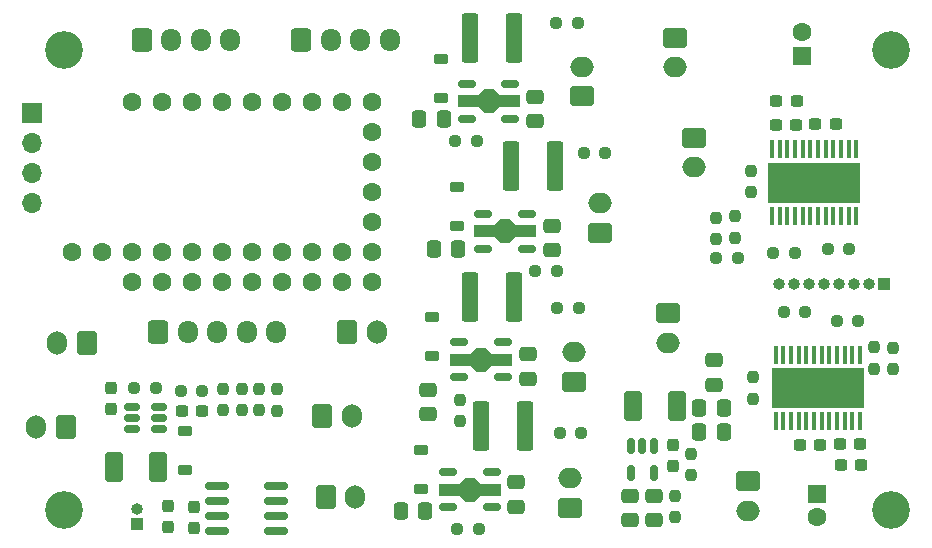
<source format=gbr>
%TF.GenerationSoftware,KiCad,Pcbnew,8.0.8*%
%TF.CreationDate,2025-02-01T00:49:18+03:00*%
%TF.ProjectId,Pistol_Camera_Driver,50697374-6f6c-45f4-9361-6d6572615f44,rev?*%
%TF.SameCoordinates,Original*%
%TF.FileFunction,Soldermask,Top*%
%TF.FilePolarity,Negative*%
%FSLAX46Y46*%
G04 Gerber Fmt 4.6, Leading zero omitted, Abs format (unit mm)*
G04 Created by KiCad (PCBNEW 8.0.8) date 2025-02-01 00:49:18*
%MOMM*%
%LPD*%
G01*
G04 APERTURE LIST*
G04 Aperture macros list*
%AMRoundRect*
0 Rectangle with rounded corners*
0 $1 Rounding radius*
0 $2 $3 $4 $5 $6 $7 $8 $9 X,Y pos of 4 corners*
0 Add a 4 corners polygon primitive as box body*
4,1,4,$2,$3,$4,$5,$6,$7,$8,$9,$2,$3,0*
0 Add four circle primitives for the rounded corners*
1,1,$1+$1,$2,$3*
1,1,$1+$1,$4,$5*
1,1,$1+$1,$6,$7*
1,1,$1+$1,$8,$9*
0 Add four rect primitives between the rounded corners*
20,1,$1+$1,$2,$3,$4,$5,0*
20,1,$1+$1,$4,$5,$6,$7,0*
20,1,$1+$1,$6,$7,$8,$9,0*
20,1,$1+$1,$8,$9,$2,$3,0*%
%AMFreePoly0*
4,1,13,0.900000,0.500000,2.600000,0.500000,2.600000,-0.500000,0.900000,-0.500000,0.400000,-1.000000,-0.400000,-1.000000,-0.900000,-0.500000,-2.600000,-0.500000,-2.600000,0.500000,-0.900000,0.500000,-0.400000,1.000000,0.400000,1.000000,0.900000,0.500000,0.900000,0.500000,$1*%
G04 Aperture macros list end*
%ADD10RoundRect,0.250000X-0.750000X0.600000X-0.750000X-0.600000X0.750000X-0.600000X0.750000X0.600000X0*%
%ADD11O,2.000000X1.700000*%
%ADD12RoundRect,0.237500X0.250000X0.237500X-0.250000X0.237500X-0.250000X-0.237500X0.250000X-0.237500X0*%
%ADD13RoundRect,0.250000X0.475000X-0.337500X0.475000X0.337500X-0.475000X0.337500X-0.475000X-0.337500X0*%
%ADD14RoundRect,0.237500X-0.300000X-0.237500X0.300000X-0.237500X0.300000X0.237500X-0.300000X0.237500X0*%
%ADD15RoundRect,0.237500X0.237500X-0.300000X0.237500X0.300000X-0.237500X0.300000X-0.237500X-0.300000X0*%
%ADD16RoundRect,0.225000X-0.375000X0.225000X-0.375000X-0.225000X0.375000X-0.225000X0.375000X0.225000X0*%
%ADD17C,3.200000*%
%ADD18RoundRect,0.249999X-0.450001X-1.850001X0.450001X-1.850001X0.450001X1.850001X-0.450001X1.850001X0*%
%ADD19RoundRect,0.237500X-0.237500X0.300000X-0.237500X-0.300000X0.237500X-0.300000X0.237500X0.300000X0*%
%ADD20RoundRect,0.250000X-0.337500X-0.475000X0.337500X-0.475000X0.337500X0.475000X-0.337500X0.475000X0*%
%ADD21RoundRect,0.150000X0.512500X0.150000X-0.512500X0.150000X-0.512500X-0.150000X0.512500X-0.150000X0*%
%ADD22RoundRect,0.237500X0.237500X-0.250000X0.237500X0.250000X-0.237500X0.250000X-0.237500X-0.250000X0*%
%ADD23RoundRect,0.250000X-0.600000X-0.750000X0.600000X-0.750000X0.600000X0.750000X-0.600000X0.750000X0*%
%ADD24O,1.700000X2.000000*%
%ADD25RoundRect,0.250000X-0.600000X-0.725000X0.600000X-0.725000X0.600000X0.725000X-0.600000X0.725000X0*%
%ADD26O,1.700000X1.950000*%
%ADD27RoundRect,0.225000X0.375000X-0.225000X0.375000X0.225000X-0.375000X0.225000X-0.375000X-0.225000X0*%
%ADD28RoundRect,0.237500X-0.250000X-0.237500X0.250000X-0.237500X0.250000X0.237500X-0.250000X0.237500X0*%
%ADD29RoundRect,0.250000X0.750000X-0.600000X0.750000X0.600000X-0.750000X0.600000X-0.750000X-0.600000X0*%
%ADD30R,1.600000X1.600000*%
%ADD31C,1.600000*%
%ADD32RoundRect,0.250001X-0.499999X-0.999999X0.499999X-0.999999X0.499999X0.999999X-0.499999X0.999999X0*%
%ADD33RoundRect,0.237500X0.300000X0.237500X-0.300000X0.237500X-0.300000X-0.237500X0.300000X-0.237500X0*%
%ADD34RoundRect,0.150000X-0.825000X-0.150000X0.825000X-0.150000X0.825000X0.150000X-0.825000X0.150000X0*%
%ADD35RoundRect,0.250000X0.337500X0.475000X-0.337500X0.475000X-0.337500X-0.475000X0.337500X-0.475000X0*%
%ADD36RoundRect,0.237500X-0.237500X0.250000X-0.237500X-0.250000X0.237500X-0.250000X0.237500X0.250000X0*%
%ADD37RoundRect,0.175000X0.575000X0.175000X-0.575000X0.175000X-0.575000X-0.175000X0.575000X-0.175000X0*%
%ADD38FreePoly0,180.000000*%
%ADD39RoundRect,0.250000X-0.475000X0.337500X-0.475000X-0.337500X0.475000X-0.337500X0.475000X0.337500X0*%
%ADD40RoundRect,0.250000X0.600000X0.750000X-0.600000X0.750000X-0.600000X-0.750000X0.600000X-0.750000X0*%
%ADD41RoundRect,0.250001X0.499999X0.999999X-0.499999X0.999999X-0.499999X-0.999999X0.499999X-0.999999X0*%
%ADD42RoundRect,0.150000X-0.150000X0.512500X-0.150000X-0.512500X0.150000X-0.512500X0.150000X0.512500X0*%
%ADD43R,0.300000X1.550000*%
%ADD44R,7.800000X3.400000*%
%ADD45R,1.700000X1.700000*%
%ADD46O,1.700000X1.700000*%
%ADD47R,1.000000X1.000000*%
%ADD48O,1.000000X1.000000*%
G04 APERTURE END LIST*
D10*
%TO.C,J8*%
X91815000Y-57940000D03*
D11*
X91815000Y-60440000D03*
%TD*%
D12*
%TO.C,R51*%
X48432500Y-64250000D03*
X46607500Y-64250000D03*
%TD*%
D13*
%TO.C,C26*%
X95710000Y-64027500D03*
X95710000Y-61952500D03*
%TD*%
D14*
%TO.C,C12*%
X106315000Y-69040000D03*
X108040000Y-69040000D03*
%TD*%
D15*
%TO.C,C30*%
X44600000Y-64307499D03*
X44600000Y-66032501D03*
%TD*%
D16*
%TO.C,VD5*%
X50900000Y-67910000D03*
X50900000Y-71210000D03*
%TD*%
D17*
%TO.C,REF\u002A\u002A*%
X110645000Y-35650000D03*
%TD*%
D18*
%TO.C,L2*%
X75019999Y-34630001D03*
X78720001Y-34630001D03*
%TD*%
D19*
%TO.C,C2*%
X92190000Y-69147499D03*
X92190000Y-70872501D03*
%TD*%
D13*
%TO.C,C17*%
X71440000Y-66527500D03*
X71440000Y-64452500D03*
%TD*%
D20*
%TO.C,C3*%
X69152500Y-74710000D03*
X71227500Y-74710000D03*
%TD*%
D10*
%TO.C,J1*%
X92375000Y-34620000D03*
D11*
X92375000Y-37120000D03*
%TD*%
D21*
%TO.C,U12*%
X48687499Y-67772499D03*
X48687499Y-66822500D03*
X48687499Y-65872501D03*
X46412499Y-65872501D03*
X46412499Y-66822500D03*
X46412499Y-67772499D03*
%TD*%
D10*
%TO.C,J5*%
X93950000Y-43100000D03*
D11*
X93950000Y-45600000D03*
%TD*%
D22*
%TO.C,R15*%
X74160000Y-67112500D03*
X74160000Y-65287500D03*
%TD*%
D12*
%TO.C,R7*%
X107115000Y-52540000D03*
X105290000Y-52540000D03*
%TD*%
D23*
%TO.C,J14*%
X62800000Y-73515001D03*
D24*
X65300000Y-73515001D03*
%TD*%
D25*
%TO.C,J19*%
X47210000Y-34830000D03*
D26*
X49710000Y-34830000D03*
X52210000Y-34830000D03*
X54710000Y-34830000D03*
%TD*%
D22*
%TO.C,R10*%
X110830000Y-62682500D03*
X110830000Y-60857500D03*
%TD*%
D12*
%TO.C,R50*%
X52362499Y-64540000D03*
X50537499Y-64540000D03*
%TD*%
D27*
%TO.C,VD4*%
X72530000Y-39737500D03*
X72530000Y-36437500D03*
%TD*%
D28*
%TO.C,R42*%
X82622501Y-68120001D03*
X84447501Y-68120001D03*
%TD*%
D19*
%TO.C,C27*%
X49420000Y-74287500D03*
X49420000Y-76012500D03*
%TD*%
D29*
%TO.C,J9*%
X83835001Y-63750000D03*
D11*
X83835001Y-61250000D03*
%TD*%
D30*
%TO.C,C1*%
X103130000Y-36167288D03*
D31*
X103130000Y-34167288D03*
%TD*%
D30*
%TO.C,C9*%
X104390000Y-73220000D03*
D31*
X104390000Y-75220001D03*
%TD*%
D27*
%TO.C,VD1*%
X70840000Y-72857500D03*
X70840000Y-69557500D03*
%TD*%
D32*
%TO.C,L7*%
X44909998Y-70980000D03*
X48610000Y-70980000D03*
%TD*%
D33*
%TO.C,C31*%
X52352500Y-66230000D03*
X50627498Y-66230000D03*
%TD*%
D17*
%TO.C,REF\u002A\u002A*%
X40645000Y-74650000D03*
%TD*%
D33*
%TO.C,C7*%
X105977500Y-41940000D03*
X104252500Y-41940000D03*
%TD*%
D34*
%TO.C,U3*%
X53625000Y-72615000D03*
X53625000Y-73885000D03*
X53625000Y-75155000D03*
X53625000Y-76425000D03*
X58575000Y-76425000D03*
X58575000Y-75155000D03*
X58575000Y-73885000D03*
X58575000Y-72615000D03*
%TD*%
D35*
%TO.C,C32*%
X96507500Y-65980000D03*
X94432500Y-65980000D03*
%TD*%
D36*
%TO.C,R19*%
X58710000Y-64367501D03*
X58710000Y-66192501D03*
%TD*%
D20*
%TO.C,C19*%
X70737501Y-41517501D03*
X72812501Y-41517501D03*
%TD*%
D37*
%TO.C,U11*%
X76860000Y-74382499D03*
D38*
X75010000Y-72882499D03*
D37*
X76860000Y-71382499D03*
X73160000Y-71382499D03*
X73160000Y-74382499D03*
%TD*%
D39*
%TO.C,C22*%
X90600000Y-73412500D03*
X90600000Y-75487500D03*
%TD*%
D13*
%TO.C,C16*%
X79910000Y-63517500D03*
X79910000Y-61442500D03*
%TD*%
D22*
%TO.C,R9*%
X109265000Y-62652500D03*
X109265000Y-60827500D03*
%TD*%
D36*
%TO.C,R1*%
X97450000Y-49732408D03*
X97450000Y-51557408D03*
%TD*%
%TO.C,R4*%
X95830000Y-49862408D03*
X95830000Y-51687408D03*
%TD*%
D40*
%TO.C,J3*%
X40810000Y-67570000D03*
D24*
X38310000Y-67570000D03*
%TD*%
D28*
%TO.C,R2*%
X95847500Y-53274908D03*
X97672500Y-53274908D03*
%TD*%
D10*
%TO.C,J17*%
X98525000Y-72190000D03*
D11*
X98525000Y-74690000D03*
%TD*%
D14*
%TO.C,C5*%
X100952500Y-39990000D03*
X102677500Y-39990000D03*
%TD*%
D29*
%TO.C,J12*%
X84475001Y-39590000D03*
D11*
X84475001Y-37090000D03*
%TD*%
D29*
%TO.C,J7*%
X86055001Y-51120000D03*
D11*
X86055001Y-48620000D03*
%TD*%
D36*
%TO.C,R18*%
X93770000Y-69847500D03*
X93770000Y-71672500D03*
%TD*%
D14*
%TO.C,C11*%
X102952500Y-69140000D03*
X104677500Y-69140000D03*
%TD*%
D41*
%TO.C,L8*%
X92540001Y-65850000D03*
X88839999Y-65850000D03*
%TD*%
D28*
%TO.C,R43*%
X84657500Y-44410000D03*
X86482500Y-44410000D03*
%TD*%
%TO.C,R12*%
X101565000Y-57840000D03*
X103390000Y-57840000D03*
%TD*%
D36*
%TO.C,R41*%
X54120000Y-64337499D03*
X54120000Y-66162499D03*
%TD*%
D28*
%TO.C,R16*%
X80552501Y-54360001D03*
X82377501Y-54360001D03*
%TD*%
D15*
%TO.C,C28*%
X51610000Y-76102500D03*
X51610000Y-74377500D03*
%TD*%
D36*
%TO.C,R8*%
X98810000Y-45887500D03*
X98810000Y-47712500D03*
%TD*%
D29*
%TO.C,J18*%
X83520000Y-74420000D03*
D11*
X83520000Y-71920000D03*
%TD*%
D36*
%TO.C,R20*%
X92370000Y-73397500D03*
X92370000Y-75222500D03*
%TD*%
D28*
%TO.C,R44*%
X82402501Y-57500001D03*
X84227501Y-57500001D03*
%TD*%
%TO.C,R5*%
X100702500Y-52840000D03*
X102527500Y-52840000D03*
%TD*%
D37*
%TO.C,U6*%
X79825001Y-52522501D03*
D38*
X77975001Y-51022501D03*
D37*
X79825001Y-49522501D03*
X76125001Y-49522501D03*
X76125001Y-52522501D03*
%TD*%
D14*
%TO.C,C10*%
X106427500Y-70830000D03*
X108152500Y-70830000D03*
%TD*%
D31*
%TO.C,U10*%
X46430000Y-40060000D03*
X48970000Y-40060000D03*
X51510000Y-40060000D03*
X54050000Y-40060000D03*
X56590000Y-40060000D03*
X59130000Y-40060000D03*
X61670000Y-40060000D03*
X64210000Y-40060000D03*
X66750000Y-40060000D03*
X66750000Y-42600000D03*
X66750000Y-45140000D03*
X66750000Y-47680000D03*
X66750000Y-50220000D03*
X66750000Y-52760000D03*
X66750000Y-55300000D03*
X64210000Y-55300000D03*
X64210000Y-52760000D03*
X61670000Y-52760000D03*
X59130000Y-52760000D03*
X56590000Y-52760000D03*
X54050000Y-52760000D03*
X51510000Y-52760000D03*
X48970000Y-52760000D03*
X46430000Y-52760000D03*
X43890000Y-52760000D03*
X61670000Y-55300000D03*
X59130000Y-55300000D03*
X56590000Y-55300000D03*
X54050000Y-55300000D03*
X51510000Y-55300000D03*
X48970000Y-55300000D03*
X46430000Y-55300000D03*
X41350000Y-52760000D03*
%TD*%
D20*
%TO.C,C14*%
X71947501Y-52490001D03*
X74022501Y-52490001D03*
%TD*%
D17*
%TO.C,REF\u002A\u002A*%
X40645000Y-35650000D03*
%TD*%
D40*
%TO.C,J4*%
X42550000Y-60510000D03*
D24*
X40050000Y-60510000D03*
%TD*%
D36*
%TO.C,R40*%
X55690000Y-64337500D03*
X55690000Y-66162500D03*
%TD*%
D23*
%TO.C,J15*%
X62510000Y-66645001D03*
D24*
X65010000Y-66645001D03*
%TD*%
D13*
%TO.C,C18*%
X80535001Y-41707501D03*
X80535001Y-39632501D03*
%TD*%
D17*
%TO.C,REF\u002A\u002A*%
X110645000Y-74650000D03*
%TD*%
D13*
%TO.C,C23*%
X88540000Y-75477500D03*
X88540000Y-73402500D03*
%TD*%
%TO.C,C13*%
X78930000Y-74317500D03*
X78930000Y-72242500D03*
%TD*%
D18*
%TO.C,L3*%
X75045000Y-56560001D03*
X78745002Y-56560001D03*
%TD*%
D25*
%TO.C,J13*%
X60720000Y-34810000D03*
D26*
X63220000Y-34810000D03*
X65720000Y-34810000D03*
X68220000Y-34810000D03*
%TD*%
D37*
%TO.C,U8*%
X78445001Y-41510001D03*
D38*
X76595001Y-40010001D03*
D37*
X78445001Y-38510001D03*
X74745001Y-38510001D03*
X74745001Y-41510001D03*
%TD*%
D28*
%TO.C,R45*%
X82332501Y-33390001D03*
X84157501Y-33390001D03*
%TD*%
D12*
%TO.C,R11*%
X107877500Y-58640000D03*
X106052500Y-58640000D03*
%TD*%
D42*
%TO.C,U9*%
X90569999Y-69232500D03*
X89620000Y-69232500D03*
X88670001Y-69232500D03*
X88670001Y-71507500D03*
X90569999Y-71507500D03*
%TD*%
D27*
%TO.C,VD2*%
X73895001Y-50600001D03*
X73895001Y-47300001D03*
%TD*%
D43*
%TO.C,U4*%
X100590000Y-49690000D03*
X101240000Y-49690000D03*
X101890000Y-49690000D03*
X102540000Y-49690000D03*
X103190000Y-49690000D03*
X103840000Y-49690000D03*
X104490000Y-49690000D03*
X105140000Y-49690000D03*
X105790000Y-49690000D03*
X106440000Y-49690000D03*
X107090000Y-49690000D03*
X107740000Y-49690000D03*
X107740000Y-44090000D03*
X107090000Y-44090000D03*
X106440000Y-44090000D03*
X105790000Y-44090000D03*
X105140000Y-44090000D03*
X104490000Y-44090000D03*
X103840000Y-44090000D03*
X103190000Y-44090000D03*
X102540000Y-44090000D03*
X101890000Y-44090000D03*
X101240000Y-44090000D03*
X100590000Y-44090000D03*
D44*
X104165000Y-46890000D03*
%TD*%
D45*
%TO.C,J10*%
X37955000Y-41010000D03*
D46*
X37955000Y-43550000D03*
X37955000Y-46090000D03*
X37955000Y-48630000D03*
%TD*%
D13*
%TO.C,C15*%
X81945001Y-52627501D03*
X81945001Y-50552501D03*
%TD*%
D22*
%TO.C,R13*%
X99020000Y-65192500D03*
X99020000Y-63367500D03*
%TD*%
D28*
%TO.C,R22*%
X73767500Y-43350000D03*
X75592500Y-43350000D03*
%TD*%
D18*
%TO.C,L1*%
X78515000Y-45530001D03*
X82215002Y-45530001D03*
%TD*%
D23*
%TO.C,J16*%
X64640000Y-59520000D03*
D24*
X67140000Y-59520000D03*
%TD*%
D43*
%TO.C,U5*%
X108040000Y-61490000D03*
X107390000Y-61490000D03*
X106740000Y-61490000D03*
X106090000Y-61490000D03*
X105440000Y-61490000D03*
X104790000Y-61490000D03*
X104140000Y-61490000D03*
X103490000Y-61490000D03*
X102840000Y-61490000D03*
X102190000Y-61490000D03*
X101540000Y-61490000D03*
X100890000Y-61490000D03*
X100890000Y-67090000D03*
X101540000Y-67090000D03*
X102190000Y-67090000D03*
X102840000Y-67090000D03*
X103490000Y-67090000D03*
X104140000Y-67090000D03*
X104790000Y-67090000D03*
X105440000Y-67090000D03*
X106090000Y-67090000D03*
X106740000Y-67090000D03*
X107390000Y-67090000D03*
X108040000Y-67090000D03*
D44*
X104465000Y-64290000D03*
%TD*%
D37*
%TO.C,U7*%
X77830000Y-63372500D03*
D38*
X75980000Y-61872500D03*
D37*
X77830000Y-60372500D03*
X74130000Y-60372500D03*
X74130000Y-63372500D03*
%TD*%
D28*
%TO.C,R14*%
X73957500Y-76210000D03*
X75782500Y-76210000D03*
%TD*%
D33*
%TO.C,C8*%
X102627500Y-41990000D03*
X100902500Y-41990000D03*
%TD*%
D18*
%TO.C,L4*%
X75949999Y-67480000D03*
X79650001Y-67480000D03*
%TD*%
D35*
%TO.C,C29*%
X96497500Y-68020000D03*
X94422500Y-68020000D03*
%TD*%
D47*
%TO.C,J11*%
X46815000Y-75835000D03*
D48*
X46815000Y-74565000D03*
%TD*%
D36*
%TO.C,R17*%
X57160000Y-64357500D03*
X57160000Y-66182500D03*
%TD*%
D27*
%TO.C,VD3*%
X71780000Y-61567500D03*
X71780000Y-58267500D03*
%TD*%
D25*
%TO.C,J6*%
X48610000Y-59510000D03*
D26*
X51110000Y-59510000D03*
X53610000Y-59510000D03*
X56110000Y-59510000D03*
X58610000Y-59510000D03*
%TD*%
D47*
%TO.C,J2*%
X110060000Y-55470000D03*
D48*
X108789999Y-55470000D03*
X107520000Y-55470000D03*
X106250000Y-55470000D03*
X104980001Y-55470000D03*
X103710000Y-55470000D03*
X102440000Y-55470000D03*
X101170000Y-55470000D03*
%TD*%
M02*

</source>
